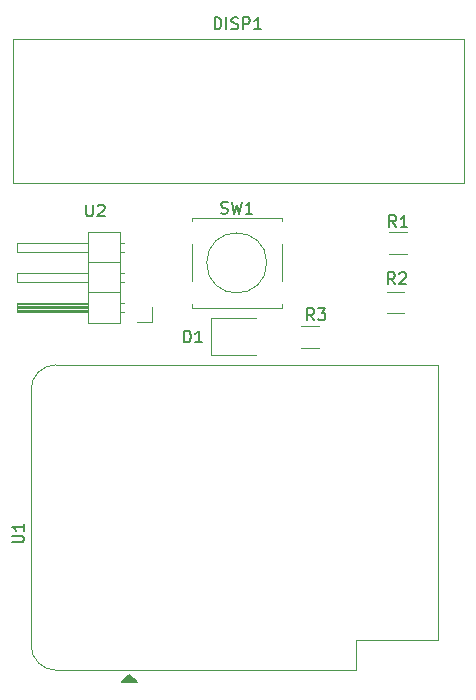
<source format=gbr>
%TF.GenerationSoftware,KiCad,Pcbnew,8.0.9-unknown-202502181922~c4009544a9~ubuntu24.04.1*%
%TF.CreationDate,2025-05-25T20:50:34-05:00*%
%TF.ProjectId,Pressure Reporter,50726573-7375-4726-9520-5265706f7274,rev?*%
%TF.SameCoordinates,Original*%
%TF.FileFunction,Legend,Top*%
%TF.FilePolarity,Positive*%
%FSLAX46Y46*%
G04 Gerber Fmt 4.6, Leading zero omitted, Abs format (unit mm)*
G04 Created by KiCad (PCBNEW 8.0.9-unknown-202502181922~c4009544a9~ubuntu24.04.1) date 2025-05-25 20:50:34*
%MOMM*%
%LPD*%
G01*
G04 APERTURE LIST*
%ADD10C,0.150000*%
%ADD11C,0.120000*%
G04 APERTURE END LIST*
D10*
X173623333Y-84414819D02*
X173290000Y-83938628D01*
X173051905Y-84414819D02*
X173051905Y-83414819D01*
X173051905Y-83414819D02*
X173432857Y-83414819D01*
X173432857Y-83414819D02*
X173528095Y-83462438D01*
X173528095Y-83462438D02*
X173575714Y-83510057D01*
X173575714Y-83510057D02*
X173623333Y-83605295D01*
X173623333Y-83605295D02*
X173623333Y-83748152D01*
X173623333Y-83748152D02*
X173575714Y-83843390D01*
X173575714Y-83843390D02*
X173528095Y-83891009D01*
X173528095Y-83891009D02*
X173432857Y-83938628D01*
X173432857Y-83938628D02*
X173051905Y-83938628D01*
X173956667Y-83414819D02*
X174575714Y-83414819D01*
X174575714Y-83414819D02*
X174242381Y-83795771D01*
X174242381Y-83795771D02*
X174385238Y-83795771D01*
X174385238Y-83795771D02*
X174480476Y-83843390D01*
X174480476Y-83843390D02*
X174528095Y-83891009D01*
X174528095Y-83891009D02*
X174575714Y-83986247D01*
X174575714Y-83986247D02*
X174575714Y-84224342D01*
X174575714Y-84224342D02*
X174528095Y-84319580D01*
X174528095Y-84319580D02*
X174480476Y-84367200D01*
X174480476Y-84367200D02*
X174385238Y-84414819D01*
X174385238Y-84414819D02*
X174099524Y-84414819D01*
X174099524Y-84414819D02*
X174004286Y-84367200D01*
X174004286Y-84367200D02*
X173956667Y-84319580D01*
X162601905Y-86294819D02*
X162601905Y-85294819D01*
X162601905Y-85294819D02*
X162840000Y-85294819D01*
X162840000Y-85294819D02*
X162982857Y-85342438D01*
X162982857Y-85342438D02*
X163078095Y-85437676D01*
X163078095Y-85437676D02*
X163125714Y-85532914D01*
X163125714Y-85532914D02*
X163173333Y-85723390D01*
X163173333Y-85723390D02*
X163173333Y-85866247D01*
X163173333Y-85866247D02*
X163125714Y-86056723D01*
X163125714Y-86056723D02*
X163078095Y-86151961D01*
X163078095Y-86151961D02*
X162982857Y-86247200D01*
X162982857Y-86247200D02*
X162840000Y-86294819D01*
X162840000Y-86294819D02*
X162601905Y-86294819D01*
X164125714Y-86294819D02*
X163554286Y-86294819D01*
X163840000Y-86294819D02*
X163840000Y-85294819D01*
X163840000Y-85294819D02*
X163744762Y-85437676D01*
X163744762Y-85437676D02*
X163649524Y-85532914D01*
X163649524Y-85532914D02*
X163554286Y-85580533D01*
X154298095Y-74624819D02*
X154298095Y-75434342D01*
X154298095Y-75434342D02*
X154345714Y-75529580D01*
X154345714Y-75529580D02*
X154393333Y-75577200D01*
X154393333Y-75577200D02*
X154488571Y-75624819D01*
X154488571Y-75624819D02*
X154679047Y-75624819D01*
X154679047Y-75624819D02*
X154774285Y-75577200D01*
X154774285Y-75577200D02*
X154821904Y-75529580D01*
X154821904Y-75529580D02*
X154869523Y-75434342D01*
X154869523Y-75434342D02*
X154869523Y-74624819D01*
X155298095Y-74720057D02*
X155345714Y-74672438D01*
X155345714Y-74672438D02*
X155440952Y-74624819D01*
X155440952Y-74624819D02*
X155679047Y-74624819D01*
X155679047Y-74624819D02*
X155774285Y-74672438D01*
X155774285Y-74672438D02*
X155821904Y-74720057D01*
X155821904Y-74720057D02*
X155869523Y-74815295D01*
X155869523Y-74815295D02*
X155869523Y-74910533D01*
X155869523Y-74910533D02*
X155821904Y-75053390D01*
X155821904Y-75053390D02*
X155250476Y-75624819D01*
X155250476Y-75624819D02*
X155869523Y-75624819D01*
X148054819Y-103231904D02*
X148864342Y-103231904D01*
X148864342Y-103231904D02*
X148959580Y-103184285D01*
X148959580Y-103184285D02*
X149007200Y-103136666D01*
X149007200Y-103136666D02*
X149054819Y-103041428D01*
X149054819Y-103041428D02*
X149054819Y-102850952D01*
X149054819Y-102850952D02*
X149007200Y-102755714D01*
X149007200Y-102755714D02*
X148959580Y-102708095D01*
X148959580Y-102708095D02*
X148864342Y-102660476D01*
X148864342Y-102660476D02*
X148054819Y-102660476D01*
X149054819Y-101660476D02*
X149054819Y-102231904D01*
X149054819Y-101946190D02*
X148054819Y-101946190D01*
X148054819Y-101946190D02*
X148197676Y-102041428D01*
X148197676Y-102041428D02*
X148292914Y-102136666D01*
X148292914Y-102136666D02*
X148340533Y-102231904D01*
X165726667Y-75357200D02*
X165869524Y-75404819D01*
X165869524Y-75404819D02*
X166107619Y-75404819D01*
X166107619Y-75404819D02*
X166202857Y-75357200D01*
X166202857Y-75357200D02*
X166250476Y-75309580D01*
X166250476Y-75309580D02*
X166298095Y-75214342D01*
X166298095Y-75214342D02*
X166298095Y-75119104D01*
X166298095Y-75119104D02*
X166250476Y-75023866D01*
X166250476Y-75023866D02*
X166202857Y-74976247D01*
X166202857Y-74976247D02*
X166107619Y-74928628D01*
X166107619Y-74928628D02*
X165917143Y-74881009D01*
X165917143Y-74881009D02*
X165821905Y-74833390D01*
X165821905Y-74833390D02*
X165774286Y-74785771D01*
X165774286Y-74785771D02*
X165726667Y-74690533D01*
X165726667Y-74690533D02*
X165726667Y-74595295D01*
X165726667Y-74595295D02*
X165774286Y-74500057D01*
X165774286Y-74500057D02*
X165821905Y-74452438D01*
X165821905Y-74452438D02*
X165917143Y-74404819D01*
X165917143Y-74404819D02*
X166155238Y-74404819D01*
X166155238Y-74404819D02*
X166298095Y-74452438D01*
X166631429Y-74404819D02*
X166869524Y-75404819D01*
X166869524Y-75404819D02*
X167060000Y-74690533D01*
X167060000Y-74690533D02*
X167250476Y-75404819D01*
X167250476Y-75404819D02*
X167488572Y-74404819D01*
X168393333Y-75404819D02*
X167821905Y-75404819D01*
X168107619Y-75404819D02*
X168107619Y-74404819D01*
X168107619Y-74404819D02*
X168012381Y-74547676D01*
X168012381Y-74547676D02*
X167917143Y-74642914D01*
X167917143Y-74642914D02*
X167821905Y-74690533D01*
X180453333Y-81374819D02*
X180120000Y-80898628D01*
X179881905Y-81374819D02*
X179881905Y-80374819D01*
X179881905Y-80374819D02*
X180262857Y-80374819D01*
X180262857Y-80374819D02*
X180358095Y-80422438D01*
X180358095Y-80422438D02*
X180405714Y-80470057D01*
X180405714Y-80470057D02*
X180453333Y-80565295D01*
X180453333Y-80565295D02*
X180453333Y-80708152D01*
X180453333Y-80708152D02*
X180405714Y-80803390D01*
X180405714Y-80803390D02*
X180358095Y-80851009D01*
X180358095Y-80851009D02*
X180262857Y-80898628D01*
X180262857Y-80898628D02*
X179881905Y-80898628D01*
X180834286Y-80470057D02*
X180881905Y-80422438D01*
X180881905Y-80422438D02*
X180977143Y-80374819D01*
X180977143Y-80374819D02*
X181215238Y-80374819D01*
X181215238Y-80374819D02*
X181310476Y-80422438D01*
X181310476Y-80422438D02*
X181358095Y-80470057D01*
X181358095Y-80470057D02*
X181405714Y-80565295D01*
X181405714Y-80565295D02*
X181405714Y-80660533D01*
X181405714Y-80660533D02*
X181358095Y-80803390D01*
X181358095Y-80803390D02*
X180786667Y-81374819D01*
X180786667Y-81374819D02*
X181405714Y-81374819D01*
X180553333Y-76534819D02*
X180220000Y-76058628D01*
X179981905Y-76534819D02*
X179981905Y-75534819D01*
X179981905Y-75534819D02*
X180362857Y-75534819D01*
X180362857Y-75534819D02*
X180458095Y-75582438D01*
X180458095Y-75582438D02*
X180505714Y-75630057D01*
X180505714Y-75630057D02*
X180553333Y-75725295D01*
X180553333Y-75725295D02*
X180553333Y-75868152D01*
X180553333Y-75868152D02*
X180505714Y-75963390D01*
X180505714Y-75963390D02*
X180458095Y-76011009D01*
X180458095Y-76011009D02*
X180362857Y-76058628D01*
X180362857Y-76058628D02*
X179981905Y-76058628D01*
X181505714Y-76534819D02*
X180934286Y-76534819D01*
X181220000Y-76534819D02*
X181220000Y-75534819D01*
X181220000Y-75534819D02*
X181124762Y-75677676D01*
X181124762Y-75677676D02*
X181029524Y-75772914D01*
X181029524Y-75772914D02*
X180934286Y-75820533D01*
X165182219Y-59782019D02*
X165182219Y-58782019D01*
X165182219Y-58782019D02*
X165420314Y-58782019D01*
X165420314Y-58782019D02*
X165563171Y-58829638D01*
X165563171Y-58829638D02*
X165658409Y-58924876D01*
X165658409Y-58924876D02*
X165706028Y-59020114D01*
X165706028Y-59020114D02*
X165753647Y-59210590D01*
X165753647Y-59210590D02*
X165753647Y-59353447D01*
X165753647Y-59353447D02*
X165706028Y-59543923D01*
X165706028Y-59543923D02*
X165658409Y-59639161D01*
X165658409Y-59639161D02*
X165563171Y-59734400D01*
X165563171Y-59734400D02*
X165420314Y-59782019D01*
X165420314Y-59782019D02*
X165182219Y-59782019D01*
X166182219Y-59782019D02*
X166182219Y-58782019D01*
X166610790Y-59734400D02*
X166753647Y-59782019D01*
X166753647Y-59782019D02*
X166991742Y-59782019D01*
X166991742Y-59782019D02*
X167086980Y-59734400D01*
X167086980Y-59734400D02*
X167134599Y-59686780D01*
X167134599Y-59686780D02*
X167182218Y-59591542D01*
X167182218Y-59591542D02*
X167182218Y-59496304D01*
X167182218Y-59496304D02*
X167134599Y-59401066D01*
X167134599Y-59401066D02*
X167086980Y-59353447D01*
X167086980Y-59353447D02*
X166991742Y-59305828D01*
X166991742Y-59305828D02*
X166801266Y-59258209D01*
X166801266Y-59258209D02*
X166706028Y-59210590D01*
X166706028Y-59210590D02*
X166658409Y-59162971D01*
X166658409Y-59162971D02*
X166610790Y-59067733D01*
X166610790Y-59067733D02*
X166610790Y-58972495D01*
X166610790Y-58972495D02*
X166658409Y-58877257D01*
X166658409Y-58877257D02*
X166706028Y-58829638D01*
X166706028Y-58829638D02*
X166801266Y-58782019D01*
X166801266Y-58782019D02*
X167039361Y-58782019D01*
X167039361Y-58782019D02*
X167182218Y-58829638D01*
X167610790Y-59782019D02*
X167610790Y-58782019D01*
X167610790Y-58782019D02*
X167991742Y-58782019D01*
X167991742Y-58782019D02*
X168086980Y-58829638D01*
X168086980Y-58829638D02*
X168134599Y-58877257D01*
X168134599Y-58877257D02*
X168182218Y-58972495D01*
X168182218Y-58972495D02*
X168182218Y-59115352D01*
X168182218Y-59115352D02*
X168134599Y-59210590D01*
X168134599Y-59210590D02*
X168086980Y-59258209D01*
X168086980Y-59258209D02*
X167991742Y-59305828D01*
X167991742Y-59305828D02*
X167610790Y-59305828D01*
X169134599Y-59782019D02*
X168563171Y-59782019D01*
X168848885Y-59782019D02*
X168848885Y-58782019D01*
X168848885Y-58782019D02*
X168753647Y-58924876D01*
X168753647Y-58924876D02*
X168658409Y-59020114D01*
X168658409Y-59020114D02*
X168563171Y-59067733D01*
D11*
%TO.C,R3*%
X173997064Y-86750000D02*
X172542936Y-86750000D01*
X173997064Y-84930000D02*
X172542936Y-84930000D01*
%TO.C,D1*%
X164845000Y-84215000D02*
X164845000Y-87385000D01*
X164845000Y-87385000D02*
X168730000Y-87385000D01*
X168730000Y-84215000D02*
X164845000Y-84215000D01*
%TO.C,U2*%
X154495000Y-83545000D02*
X148495000Y-83545000D01*
X157485000Y-83725000D02*
X157155000Y-83725000D01*
X148495000Y-80425000D02*
X154495000Y-80425000D01*
X157552071Y-78645000D02*
X157155000Y-78645000D01*
X154495000Y-83305000D02*
X148495000Y-83305000D01*
X154495000Y-83725000D02*
X148495000Y-83725000D01*
X154495000Y-76935000D02*
X154495000Y-84675000D01*
X148495000Y-81185000D02*
X148495000Y-80425000D01*
X157485000Y-82965000D02*
X157155000Y-82965000D01*
X154495000Y-81185000D02*
X148495000Y-81185000D01*
X154495000Y-78645000D02*
X148495000Y-78645000D01*
X148495000Y-83725000D02*
X148495000Y-82965000D01*
X154495000Y-84675000D02*
X157155000Y-84675000D01*
X148495000Y-78645000D02*
X148495000Y-77885000D01*
X157552071Y-81185000D02*
X157155000Y-81185000D01*
X154495000Y-83065000D02*
X148495000Y-83065000D01*
X159865000Y-83345000D02*
X159865000Y-84615000D01*
X157552071Y-77885000D02*
X157155000Y-77885000D01*
X157155000Y-84675000D02*
X157155000Y-76935000D01*
X154495000Y-83425000D02*
X148495000Y-83425000D01*
X157155000Y-79535000D02*
X154495000Y-79535000D01*
X154495000Y-83665000D02*
X148495000Y-83665000D01*
X148495000Y-77885000D02*
X154495000Y-77885000D01*
X159865000Y-84615000D02*
X158595000Y-84615000D01*
X148495000Y-82965000D02*
X154495000Y-82965000D01*
X157155000Y-82075000D02*
X154495000Y-82075000D01*
X154495000Y-83185000D02*
X148495000Y-83185000D01*
X157552071Y-80425000D02*
X157155000Y-80425000D01*
X157155000Y-76935000D02*
X154495000Y-76935000D01*
%TO.C,U1*%
X177200000Y-114050000D02*
X177200000Y-111510000D01*
X177200000Y-111510000D02*
X184100000Y-111510000D01*
X184100000Y-111510000D02*
X184100000Y-88190000D01*
X177200000Y-114050000D02*
X151770000Y-114050000D01*
X149640000Y-90310000D02*
X149640000Y-111920000D01*
X184100000Y-88190000D02*
X151770000Y-88190000D01*
X149640000Y-90320000D02*
G75*
G02*
X151770000Y-88190000I2130000J0D01*
G01*
X151770000Y-114050000D02*
G75*
G02*
X149640000Y-111920000I2J2130002D01*
G01*
D10*
X158615000Y-115090000D02*
X157345000Y-115090000D01*
X157980000Y-114455000D01*
X158615000Y-115090000D01*
G36*
X158615000Y-115090000D02*
G01*
X157345000Y-115090000D01*
X157980000Y-114455000D01*
X158615000Y-115090000D01*
G37*
D11*
%TO.C,SW1*%
X163250000Y-83080000D02*
X163250000Y-83380000D01*
X163250000Y-78000000D02*
X163250000Y-81140000D01*
X170870000Y-78000000D02*
X170870000Y-81140000D01*
X170870000Y-83080000D02*
X170870000Y-83380000D01*
X170870000Y-83380000D02*
X163250000Y-83380000D01*
X170870000Y-75760000D02*
X170870000Y-76060000D01*
X163250000Y-75760000D02*
X163250000Y-76060000D01*
X163250000Y-75760000D02*
X170870000Y-75760000D01*
X169600000Y-79570000D02*
G75*
G02*
X164520000Y-79570000I-2540000J0D01*
G01*
X164520000Y-79570000D02*
G75*
G02*
X169600000Y-79570000I2540000J0D01*
G01*
%TO.C,R2*%
X181267064Y-83830000D02*
X179812936Y-83830000D01*
X181267064Y-82010000D02*
X179812936Y-82010000D01*
%TO.C,R1*%
X179992936Y-76990000D02*
X181447064Y-76990000D01*
X179992936Y-78810000D02*
X181447064Y-78810000D01*
%TO.C,DISP1*%
X148110000Y-72840000D02*
X186310000Y-72840000D01*
X186310000Y-60640000D01*
X148110000Y-60640000D01*
X148110000Y-72840000D01*
%TD*%
M02*

</source>
